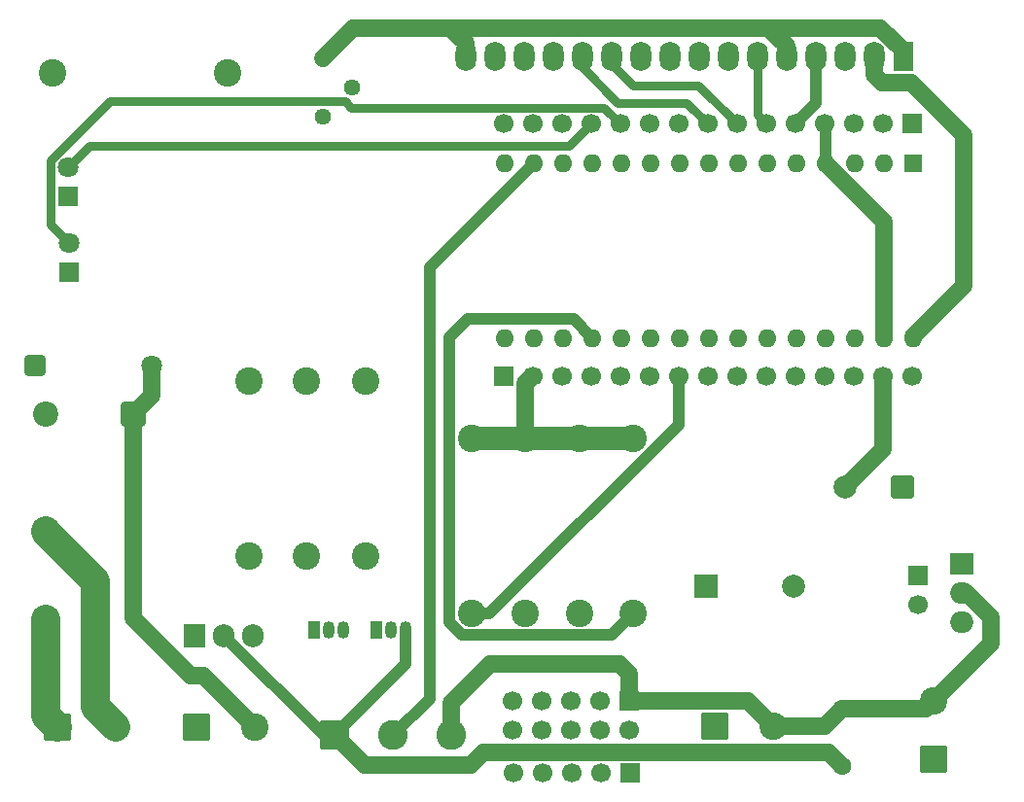
<source format=gbr>
%TF.GenerationSoftware,KiCad,Pcbnew,9.0.5*%
%TF.CreationDate,2025-11-29T23:19:38+05:30*%
%TF.ProjectId,from scrach,66726f6d-2073-4637-9261-63682e6b6963,rev?*%
%TF.SameCoordinates,Original*%
%TF.FileFunction,Copper,L2,Bot*%
%TF.FilePolarity,Positive*%
%FSLAX46Y46*%
G04 Gerber Fmt 4.6, Leading zero omitted, Abs format (unit mm)*
G04 Created by KiCad (PCBNEW 9.0.5) date 2025-11-29 23:19:38*
%MOMM*%
%LPD*%
G01*
G04 APERTURE LIST*
G04 Aperture macros list*
%AMRoundRect*
0 Rectangle with rounded corners*
0 $1 Rounding radius*
0 $2 $3 $4 $5 $6 $7 $8 $9 X,Y pos of 4 corners*
0 Add a 4 corners polygon primitive as box body*
4,1,4,$2,$3,$4,$5,$6,$7,$8,$9,$2,$3,0*
0 Add four circle primitives for the rounded corners*
1,1,$1+$1,$2,$3*
1,1,$1+$1,$4,$5*
1,1,$1+$1,$6,$7*
1,1,$1+$1,$8,$9*
0 Add four rect primitives between the rounded corners*
20,1,$1+$1,$2,$3,$4,$5,0*
20,1,$1+$1,$4,$5,$6,$7,0*
20,1,$1+$1,$6,$7,$8,$9,0*
20,1,$1+$1,$8,$9,$2,$3,0*%
G04 Aperture macros list end*
%TA.AperFunction,ComponentPad*%
%ADD10R,1.700000X1.700000*%
%TD*%
%TA.AperFunction,ComponentPad*%
%ADD11C,1.700000*%
%TD*%
%TA.AperFunction,ComponentPad*%
%ADD12R,1.800000X1.800000*%
%TD*%
%TA.AperFunction,ComponentPad*%
%ADD13C,1.800000*%
%TD*%
%TA.AperFunction,ComponentPad*%
%ADD14C,2.400000*%
%TD*%
%TA.AperFunction,ComponentPad*%
%ADD15RoundRect,0.250001X-0.949999X-0.949999X0.949999X-0.949999X0.949999X0.949999X-0.949999X0.949999X0*%
%TD*%
%TA.AperFunction,ComponentPad*%
%ADD16R,2.000000X2.000000*%
%TD*%
%TA.AperFunction,ComponentPad*%
%ADD17C,2.000000*%
%TD*%
%TA.AperFunction,ComponentPad*%
%ADD18RoundRect,0.341000X-0.759000X0.759000X-0.759000X-0.759000X0.759000X-0.759000X0.759000X0.759000X0*%
%TD*%
%TA.AperFunction,ComponentPad*%
%ADD19C,2.500000*%
%TD*%
%TA.AperFunction,ComponentPad*%
%ADD20C,2.200000*%
%TD*%
%TA.AperFunction,ComponentPad*%
%ADD21RoundRect,0.250001X0.949999X-0.949999X0.949999X0.949999X-0.949999X0.949999X-0.949999X-0.949999X0*%
%TD*%
%TA.AperFunction,ComponentPad*%
%ADD22R,1.600000X1.600000*%
%TD*%
%TA.AperFunction,ComponentPad*%
%ADD23O,1.600000X1.600000*%
%TD*%
%TA.AperFunction,ComponentPad*%
%ADD24RoundRect,0.250000X-1.050000X-1.050000X1.050000X-1.050000X1.050000X1.050000X-1.050000X1.050000X0*%
%TD*%
%TA.AperFunction,ComponentPad*%
%ADD25C,2.600000*%
%TD*%
%TA.AperFunction,ComponentPad*%
%ADD26RoundRect,0.250000X-0.650000X-0.650000X0.650000X-0.650000X0.650000X0.650000X-0.650000X0.650000X0*%
%TD*%
%TA.AperFunction,ComponentPad*%
%ADD27R,1.050000X1.500000*%
%TD*%
%TA.AperFunction,ComponentPad*%
%ADD28O,1.050000X1.500000*%
%TD*%
%TA.AperFunction,ComponentPad*%
%ADD29R,2.000000X1.905000*%
%TD*%
%TA.AperFunction,ComponentPad*%
%ADD30O,2.000000X1.905000*%
%TD*%
%TA.AperFunction,ComponentPad*%
%ADD31C,1.600000*%
%TD*%
%TA.AperFunction,ComponentPad*%
%ADD32C,1.440000*%
%TD*%
%TA.AperFunction,ComponentPad*%
%ADD33RoundRect,0.250000X0.750000X0.750000X-0.750000X0.750000X-0.750000X-0.750000X0.750000X-0.750000X0*%
%TD*%
%TA.AperFunction,ComponentPad*%
%ADD34R,1.905000X2.000000*%
%TD*%
%TA.AperFunction,ComponentPad*%
%ADD35O,1.905000X2.000000*%
%TD*%
%TA.AperFunction,ComponentPad*%
%ADD36R,1.800000X2.600000*%
%TD*%
%TA.AperFunction,ComponentPad*%
%ADD37O,1.800000X2.600000*%
%TD*%
%TA.AperFunction,Conductor*%
%ADD38C,0.750000*%
%TD*%
%TA.AperFunction,Conductor*%
%ADD39C,1.500000*%
%TD*%
%TA.AperFunction,Conductor*%
%ADD40C,1.000000*%
%TD*%
%TA.AperFunction,Conductor*%
%ADD41C,2.000000*%
%TD*%
%TA.AperFunction,Conductor*%
%ADD42C,2.500000*%
%TD*%
G04 APERTURE END LIST*
D10*
%TO.P,J9,1,Pin_1*%
%TO.N,1*%
X123377688Y-90952848D03*
D11*
%TO.P,J9,2,Pin_2*%
%TO.N,2*%
X120837688Y-90952848D03*
%TO.P,J9,3,Pin_3*%
%TO.N,3*%
X118297688Y-90952848D03*
%TO.P,J9,4,Pin_4*%
%TO.N,GND*%
X115757688Y-90952848D03*
%TO.P,J9,5,Pin_5*%
%TO.N,RS*%
X113217688Y-90952848D03*
%TO.P,J9,6,Pin_6*%
%TO.N,EN*%
X110677688Y-90952848D03*
%TO.P,J9,7,Pin_7*%
%TO.N,D4*%
X108137688Y-90952848D03*
%TO.P,J9,8,Pin_8*%
%TO.N,D5*%
X105597688Y-90952848D03*
%TO.P,J9,9,Pin_9*%
%TO.N,D6*%
X103057688Y-90952848D03*
%TO.P,J9,10,Pin_10*%
%TO.N,D7*%
X100517688Y-90952848D03*
%TO.P,J9,11,Pin_11*%
%TO.N,D8*%
X97977688Y-90952848D03*
%TO.P,J9,12,Pin_12*%
%TO.N,D9*%
X95437688Y-90952848D03*
%TO.P,J9,13,Pin_13*%
%TO.N,D10*%
X92897688Y-90952848D03*
%TO.P,J9,14,Pin_14*%
%TO.N,D11*%
X90357688Y-90952848D03*
%TO.P,J9,15,Pin_15*%
%TO.N,15*%
X87817688Y-90952848D03*
%TD*%
D12*
%TO.P,D1,1,K*%
%TO.N,Net-(D1-K)*%
X50000000Y-103870000D03*
D13*
%TO.P,D1,2,A*%
%TO.N,D8*%
X50000000Y-101330000D03*
%TD*%
D10*
%TO.P,J6,1,Pin_1*%
%TO.N,Vinput*%
X123900000Y-130325000D03*
D11*
%TO.P,J6,2,Pin_2*%
%TO.N,5V*%
X123900000Y-132865000D03*
%TD*%
D14*
%TO.P,R1,1*%
%TO.N,Net-(DS2-LED(+))*%
X63820000Y-86500000D03*
%TO.P,R1,2*%
%TO.N,5V*%
X48580000Y-86500000D03*
%TD*%
D15*
%TO.P,J3,1,Pin_1*%
%TO.N,Net-(J3-Pin_1)*%
X49000000Y-143500000D03*
D14*
%TO.P,J3,2,Pin_2*%
%TO.N,Net-(J3-Pin_2)*%
X54080000Y-143500000D03*
%TD*%
%TO.P,R8,1*%
%TO.N,3V3*%
X85036431Y-118348634D03*
%TO.P,R8,2*%
%TO.N,A3*%
X85036431Y-133588634D03*
%TD*%
%TO.P,R2,1*%
%TO.N,Net-(D1-K)*%
X65644211Y-113365360D03*
%TO.P,R2,2*%
%TO.N,Net-(Q4-B)*%
X65644211Y-128605360D03*
%TD*%
%TO.P,R6,1*%
%TO.N,3V3*%
X94486431Y-118348634D03*
%TO.P,R6,2*%
%TO.N,A1*%
X94486431Y-133588634D03*
%TD*%
%TO.P,R4,1*%
%TO.N,D10*%
X75821184Y-113369845D03*
%TO.P,R4,2*%
%TO.N,Net-(Q1-B)*%
X75821184Y-128609845D03*
%TD*%
D16*
%TO.P,BZ1,1,+*%
%TO.N,Net-(BZ1-+)*%
X105500000Y-131200000D03*
D17*
%TO.P,BZ1,2,-*%
%TO.N,GND*%
X113100000Y-131200000D03*
%TD*%
D10*
%TO.P,J10,1,Pin_1*%
%TO.N,Net-(J10-Pin_1)*%
X98840000Y-147500000D03*
D11*
%TO.P,J10,2,Pin_2*%
%TO.N,Net-(J10-Pin_2)*%
X96300000Y-147500000D03*
%TO.P,J10,3,Pin_3*%
%TO.N,Net-(J10-Pin_3)*%
X93760000Y-147500000D03*
%TO.P,J10,4,Pin_4*%
%TO.N,Net-(J10-Pin_4)*%
X91220000Y-147500000D03*
%TO.P,J10,5,Pin_5*%
%TO.N,Net-(J10-Pin_5)*%
X88680000Y-147500000D03*
%TD*%
D18*
%TO.P,K1,1*%
%TO.N,GND*%
X55595000Y-116215000D03*
D19*
%TO.P,K1,2*%
%TO.N,Net-(J3-Pin_2)*%
X47995000Y-126415000D03*
%TO.P,K1,3*%
%TO.N,Net-(J3-Pin_1)*%
X47995000Y-134115000D03*
D20*
%TO.P,K1,5*%
%TO.N,Net-(D4-K)*%
X47995000Y-116215000D03*
%TD*%
D21*
%TO.P,J2,1,Pin_1*%
%TO.N,Vinput*%
X125300000Y-146280000D03*
D14*
%TO.P,J2,2,Pin_2*%
%TO.N,GND*%
X125300000Y-141200000D03*
%TD*%
%TO.P,R3,1*%
%TO.N,Net-(D2-K)*%
X70700000Y-113380000D03*
%TO.P,R3,2*%
%TO.N,Net-(Q2-B)*%
X70700000Y-128620000D03*
%TD*%
D22*
%TO.P,A1,1,D1/TX*%
%TO.N,1*%
X123500000Y-94360000D03*
D23*
%TO.P,A1,2,D0/RX*%
%TO.N,2*%
X120960000Y-94360000D03*
%TO.P,A1,3,~{RESET}*%
%TO.N,3*%
X118420000Y-94360000D03*
%TO.P,A1,4,GND*%
%TO.N,GND*%
X115880000Y-94360000D03*
%TO.P,A1,5,D2*%
%TO.N,RS*%
X113340000Y-94360000D03*
%TO.P,A1,6,D3*%
%TO.N,EN*%
X110800000Y-94360000D03*
%TO.P,A1,7,D4*%
%TO.N,D4*%
X108260000Y-94360000D03*
%TO.P,A1,8,D5*%
%TO.N,D5*%
X105720000Y-94360000D03*
%TO.P,A1,9,D6*%
%TO.N,D6*%
X103180000Y-94360000D03*
%TO.P,A1,10,D7*%
%TO.N,D7*%
X100640000Y-94360000D03*
%TO.P,A1,11,D8*%
%TO.N,D8*%
X98100000Y-94360000D03*
%TO.P,A1,12,D9*%
%TO.N,D9*%
X95560000Y-94360000D03*
%TO.P,A1,13,D10*%
%TO.N,D10*%
X93020000Y-94360000D03*
%TO.P,A1,14,D11*%
%TO.N,D11*%
X90480000Y-94360000D03*
%TO.P,A1,15,D12*%
%TO.N,15*%
X87940000Y-94360000D03*
%TO.P,A1,16,D13*%
%TO.N,16*%
X87940000Y-109600000D03*
%TO.P,A1,17,3V3*%
%TO.N,3V3*%
X90480000Y-109600000D03*
%TO.P,A1,18,AREF*%
%TO.N,18*%
X93020000Y-109600000D03*
%TO.P,A1,19,A0*%
%TO.N,A0*%
X95560000Y-109600000D03*
%TO.P,A1,20,A1*%
%TO.N,A1*%
X98100000Y-109600000D03*
%TO.P,A1,21,A2*%
%TO.N,A2*%
X100640000Y-109600000D03*
%TO.P,A1,22,A3*%
%TO.N,A3*%
X103180000Y-109600000D03*
%TO.P,A1,23,A4*%
%TO.N,A4*%
X105720000Y-109600000D03*
%TO.P,A1,24,A5*%
%TO.N,A5*%
X108260000Y-109600000D03*
%TO.P,A1,25,A6*%
%TO.N,A6*%
X110800000Y-109600000D03*
%TO.P,A1,26,A7*%
%TO.N,A7*%
X113340000Y-109600000D03*
%TO.P,A1,27,+5V*%
%TO.N,+5Vo*%
X115880000Y-109600000D03*
%TO.P,A1,28,~{RESET}*%
%TO.N,28*%
X118420000Y-109600000D03*
%TO.P,A1,29,GND*%
%TO.N,GND*%
X120960000Y-109600000D03*
%TO.P,A1,30,VIN*%
%TO.N,5V*%
X123500000Y-109600000D03*
%TD*%
D15*
%TO.P,J5,1,Pin_1*%
%TO.N,Net-(BZ1-+)*%
X106260000Y-143442500D03*
D14*
%TO.P,J5,2,Pin_2*%
%TO.N,GND*%
X111340000Y-143442500D03*
%TD*%
%TO.P,R5,1*%
%TO.N,3V3*%
X99136431Y-118328634D03*
%TO.P,R5,2*%
%TO.N,A0*%
X99136431Y-133568634D03*
%TD*%
D10*
%TO.P,J7,1,Pin_1*%
%TO.N,16*%
X87834526Y-112898151D03*
D11*
%TO.P,J7,2,Pin_2*%
%TO.N,3V3*%
X90374526Y-112898151D03*
%TO.P,J7,3,Pin_3*%
%TO.N,18*%
X92914526Y-112898151D03*
%TO.P,J7,4,Pin_4*%
%TO.N,A0*%
X95454526Y-112898151D03*
%TO.P,J7,5,Pin_5*%
%TO.N,A1*%
X97994526Y-112898151D03*
%TO.P,J7,6,Pin_6*%
%TO.N,A2*%
X100534526Y-112898151D03*
%TO.P,J7,7,Pin_7*%
%TO.N,A3*%
X103074526Y-112898151D03*
%TO.P,J7,8,Pin_8*%
%TO.N,A4*%
X105614526Y-112898151D03*
%TO.P,J7,9,Pin_9*%
%TO.N,A5*%
X108154526Y-112898151D03*
%TO.P,J7,10,Pin_10*%
%TO.N,A6*%
X110694526Y-112898151D03*
%TO.P,J7,11,Pin_11*%
%TO.N,A7*%
X113234526Y-112898151D03*
%TO.P,J7,12,Pin_12*%
%TO.N,+5Vo*%
X115774526Y-112898151D03*
%TO.P,J7,13,Pin_13*%
%TO.N,28*%
X118314526Y-112898151D03*
%TO.P,J7,14,Pin_14*%
%TO.N,GND*%
X120854526Y-112898151D03*
%TO.P,J7,15,Pin_15*%
%TO.N,5V*%
X123394526Y-112898151D03*
%TD*%
D14*
%TO.P,R7,1*%
%TO.N,3V3*%
X89736431Y-118348634D03*
%TO.P,R7,2*%
%TO.N,A2*%
X89736431Y-133588634D03*
%TD*%
D24*
%TO.P,J1,1,Pin_1*%
%TO.N,5V*%
X73140000Y-144200000D03*
D25*
%TO.P,J1,2,Pin_2*%
%TO.N,D11*%
X78220000Y-144200000D03*
%TO.P,J1,3,Pin_3*%
%TO.N,GND*%
X83300000Y-144200000D03*
%TD*%
D12*
%TO.P,D2,1,K*%
%TO.N,Net-(D2-K)*%
X49900000Y-97270000D03*
D13*
%TO.P,D2,2,A*%
%TO.N,D9*%
X49900000Y-94730000D03*
%TD*%
D26*
%TO.P,D4,1,K*%
%TO.N,Net-(D4-K)*%
X47020000Y-112000000D03*
D13*
%TO.P,D4,2,A*%
%TO.N,GND*%
X57180000Y-112000000D03*
%TD*%
D10*
%TO.P,J8,1,Pin_1*%
%TO.N,GND*%
X98808460Y-141197884D03*
D11*
%TO.P,J8,2,Pin_2*%
%TO.N,Net-(J10-Pin_1)*%
X98808460Y-143737884D03*
%TO.P,J8,3,Pin_3*%
%TO.N,A0*%
X96268460Y-141197884D03*
%TO.P,J8,4,Pin_4*%
%TO.N,Net-(J10-Pin_2)*%
X96268460Y-143737884D03*
%TO.P,J8,5,Pin_5*%
%TO.N,A1*%
X93728460Y-141197884D03*
%TO.P,J8,6,Pin_6*%
%TO.N,Net-(J10-Pin_3)*%
X93728460Y-143737884D03*
%TO.P,J8,7,Pin_7*%
%TO.N,A2*%
X91188460Y-141197884D03*
%TO.P,J8,8,Pin_8*%
%TO.N,Net-(J10-Pin_4)*%
X91188460Y-143737884D03*
%TO.P,J8,9,Pin_9*%
%TO.N,A3*%
X88648460Y-141197884D03*
%TO.P,J8,10,Pin_10*%
%TO.N,Net-(J10-Pin_5)*%
X88648460Y-143737884D03*
%TD*%
D27*
%TO.P,Q2,1,E*%
%TO.N,Net-(J4-Pin_1)*%
X71304211Y-134985360D03*
D28*
%TO.P,Q2,2,B*%
%TO.N,Net-(Q2-B)*%
X72574211Y-134985360D03*
%TO.P,Q2,3,C*%
%TO.N,5V*%
X73844211Y-134985360D03*
%TD*%
D29*
%TO.P,U1,1,VI*%
%TO.N,Vinput*%
X127757500Y-129240000D03*
D30*
%TO.P,U1,2,GND*%
%TO.N,GND*%
X127757500Y-131780000D03*
%TO.P,U1,3,VO*%
%TO.N,5V*%
X127757500Y-134320000D03*
%TD*%
D15*
%TO.P,J4,1,Pin_1*%
%TO.N,Net-(J4-Pin_1)*%
X61100000Y-143500000D03*
D14*
%TO.P,J4,2,Pin_2*%
%TO.N,GND*%
X66180000Y-143500000D03*
%TD*%
D31*
%TO.P,C5,1*%
%TO.N,5V*%
X117300000Y-146900000D03*
%TO.P,C5,2*%
%TO.N,GND*%
X117300000Y-141900000D03*
%TD*%
D32*
%TO.P,RV1,1,1*%
%TO.N,5V*%
X72100000Y-90300000D03*
%TO.P,RV1,2,2*%
%TO.N,Net-(DS2-VO)*%
X74640000Y-87760000D03*
%TO.P,RV1,3,3*%
%TO.N,GND*%
X72100000Y-85220000D03*
%TD*%
D33*
%TO.P,C4,1*%
%TO.N,5V*%
X122567677Y-122600000D03*
D17*
%TO.P,C4,2*%
%TO.N,GND*%
X117567677Y-122600000D03*
%TD*%
D34*
%TO.P,Q4,1,B*%
%TO.N,Net-(Q4-B)*%
X60960000Y-135550000D03*
D35*
%TO.P,Q4,2,C*%
%TO.N,5V*%
X63500000Y-135550000D03*
%TO.P,Q4,3,E*%
%TO.N,Net-(D4-K)*%
X66040000Y-135550000D03*
%TD*%
D27*
%TO.P,Q1,1,E*%
%TO.N,Net-(BZ1-+)*%
X76804211Y-134985360D03*
D28*
%TO.P,Q1,2,B*%
%TO.N,Net-(Q1-B)*%
X78074211Y-134985360D03*
%TO.P,Q1,3,C*%
%TO.N,5V*%
X79344211Y-134985360D03*
%TD*%
D36*
%TO.P,DS2,1,VSS*%
%TO.N,GND*%
X122620000Y-85080000D03*
D37*
%TO.P,DS2,2,VDD*%
%TO.N,5V*%
X120080000Y-85080000D03*
%TO.P,DS2,3,VO*%
%TO.N,Net-(DS2-VO)*%
X117540000Y-85080000D03*
%TO.P,DS2,4,RS*%
%TO.N,RS*%
X115000000Y-85080000D03*
%TO.P,DS2,5,R/W*%
%TO.N,GND*%
X112460000Y-85080000D03*
%TO.P,DS2,6,E*%
%TO.N,EN*%
X109920000Y-85080000D03*
%TO.P,DS2,7,D0*%
%TO.N,unconnected-(DS2-D0-Pad7)*%
X107380000Y-85080000D03*
%TO.P,DS2,8,D1*%
%TO.N,unconnected-(DS2-D1-Pad8)*%
X104840000Y-85080000D03*
%TO.P,DS2,9,D2*%
%TO.N,unconnected-(DS2-D2-Pad9)*%
X102300000Y-85080000D03*
%TO.P,DS2,10,D3*%
%TO.N,unconnected-(DS2-D3-Pad10)*%
X99760000Y-85080000D03*
%TO.P,DS2,11,D4*%
%TO.N,D4*%
X97220000Y-85080000D03*
%TO.P,DS2,12,D5*%
%TO.N,D5*%
X94680000Y-85080000D03*
%TO.P,DS2,13,D6*%
%TO.N,D6*%
X92140000Y-85080000D03*
%TO.P,DS2,14,D7*%
%TO.N,D7*%
X89600000Y-85080000D03*
%TO.P,DS2,15,LED(+)*%
%TO.N,Net-(DS2-LED(+))*%
X87060000Y-85080000D03*
%TO.P,DS2,16,LED(-)*%
%TO.N,GND*%
X84520000Y-85080000D03*
%TD*%
D38*
%TO.N,D9*%
X51786000Y-92844000D02*
X93546536Y-92844000D01*
X49900000Y-94730000D02*
X51786000Y-92844000D01*
X93546536Y-92844000D02*
X95437688Y-90952848D01*
D39*
%TO.N,GND*%
X120960000Y-109600000D02*
X120960000Y-99440000D01*
X112460000Y-84160000D02*
X110900000Y-82600000D01*
X130300000Y-133900000D02*
X128180000Y-131780000D01*
X61680000Y-139000000D02*
X66180000Y-143500000D01*
X112460000Y-85080000D02*
X112460000Y-84160000D01*
X120854526Y-119313151D02*
X120854526Y-112898151D01*
X55595000Y-134039500D02*
X60555500Y-139000000D01*
X115757500Y-143442500D02*
X117300000Y-141900000D01*
X128180000Y-131780000D02*
X127757500Y-131780000D01*
X122620000Y-84602291D02*
X120617709Y-82600000D01*
X83200000Y-82600000D02*
X74720000Y-82600000D01*
X120960000Y-99440000D02*
X115880000Y-94360000D01*
X83300000Y-144200000D02*
X83300000Y-141400000D01*
X111340000Y-143442500D02*
X109095384Y-141197884D01*
X117300000Y-141900000D02*
X124600000Y-141900000D01*
X57180000Y-112000000D02*
X57180000Y-114630000D01*
X55595000Y-116215000D02*
X55595000Y-134039500D01*
X97960576Y-138000000D02*
X98808460Y-138847884D01*
X109095384Y-141197884D02*
X98808460Y-141197884D01*
X120617709Y-82600000D02*
X110900000Y-82600000D01*
X60555500Y-139000000D02*
X61680000Y-139000000D01*
D40*
X115880000Y-91075160D02*
X115757688Y-90952848D01*
D39*
X122620000Y-85080000D02*
X122620000Y-84602291D01*
X83300000Y-141400000D02*
X86700000Y-138000000D01*
X122620000Y-85557709D02*
X122620000Y-85080000D01*
X84520000Y-85080000D02*
X84520000Y-83920000D01*
X74720000Y-82600000D02*
X72100000Y-85220000D01*
X98808460Y-138847884D02*
X98808460Y-141197884D01*
X130300000Y-136200000D02*
X130300000Y-133900000D01*
X125300000Y-141200000D02*
X130300000Y-136200000D01*
X110900000Y-82600000D02*
X83200000Y-82600000D01*
X117567677Y-122600000D02*
X120854526Y-119313151D01*
X57180000Y-114630000D02*
X55595000Y-116215000D01*
D40*
X115880000Y-94360000D02*
X115880000Y-91075160D01*
D39*
X84520000Y-83920000D02*
X83200000Y-82600000D01*
X115757688Y-90952848D02*
X115757688Y-90945849D01*
X86700000Y-138000000D02*
X97960576Y-138000000D01*
X111340000Y-143442500D02*
X115757500Y-143442500D01*
D40*
%TO.N,A3*%
X86611366Y-133588634D02*
X103074526Y-117125474D01*
X103074526Y-117125474D02*
X103074526Y-112898151D01*
X85036431Y-133588634D02*
X86611366Y-133588634D01*
D39*
%TO.N,3V3*%
X89736431Y-113536246D02*
X90374526Y-112898151D01*
D41*
X85036431Y-118348634D02*
X99116431Y-118348634D01*
X99116431Y-118348634D02*
X99136431Y-118328634D01*
D39*
X89736431Y-118348634D02*
X89736431Y-113536246D01*
D38*
%TO.N,D5*%
X97800000Y-89100000D02*
X103744840Y-89100000D01*
X94680000Y-85980000D02*
X97800000Y-89100000D01*
X94680000Y-85080000D02*
X94680000Y-85980000D01*
X103744840Y-89100000D02*
X105597688Y-90952848D01*
%TO.N,D8*%
X96547299Y-89522459D02*
X97977688Y-90952848D01*
X53538620Y-89004000D02*
X74051179Y-89004000D01*
X48424000Y-99754000D02*
X48424000Y-94118620D01*
X50000000Y-101330000D02*
X48424000Y-99754000D01*
X48424000Y-94118620D02*
X53538620Y-89004000D01*
X74051179Y-89004000D02*
X74569638Y-89522459D01*
X74569638Y-89522459D02*
X96547299Y-89522459D01*
D40*
%TO.N,A0*%
X99136431Y-133568634D02*
X97215431Y-135489634D01*
X83135431Y-109543845D02*
X84720276Y-107959000D01*
X84720276Y-107959000D02*
X93919000Y-107959000D01*
X97215431Y-135489634D02*
X84249011Y-135489634D01*
X83135431Y-134376054D02*
X83135431Y-109543845D01*
X93919000Y-107959000D02*
X95560000Y-109600000D01*
X84249011Y-135489634D02*
X83135431Y-134376054D01*
%TO.N,D11*%
X81400000Y-103440000D02*
X81400000Y-141020000D01*
X81400000Y-141020000D02*
X78220000Y-144200000D01*
X90480000Y-94360000D02*
X81400000Y-103440000D01*
%TO.N,RS*%
X115000000Y-89170536D02*
X115000000Y-85080000D01*
X113217688Y-90952848D02*
X115000000Y-89170536D01*
D38*
%TO.N,D4*%
X99100000Y-87600000D02*
X104784840Y-87600000D01*
X97220000Y-85720000D02*
X99100000Y-87600000D01*
X97220000Y-85080000D02*
X97220000Y-85720000D01*
X104784840Y-87600000D02*
X108137688Y-90952848D01*
%TO.N,EN*%
X109920000Y-85080000D02*
X109920000Y-90195160D01*
X109920000Y-90195160D02*
X110677688Y-90952848D01*
D39*
%TO.N,5V*%
X117300000Y-146900000D02*
X116099000Y-145699000D01*
X123357840Y-87331000D02*
X127931000Y-91904160D01*
X75740000Y-146800000D02*
X73140000Y-144200000D01*
X123500000Y-109465722D02*
X123500000Y-109600000D01*
X120080000Y-85080000D02*
X120080000Y-86642000D01*
X120080000Y-86642000D02*
X120769000Y-87331000D01*
D40*
X79344211Y-137995789D02*
X79344211Y-134985360D01*
X73140000Y-144200000D02*
X72150000Y-144200000D01*
D39*
X86101000Y-145699000D02*
X85000000Y-146800000D01*
D40*
X73140000Y-144200000D02*
X79344211Y-137995789D01*
D39*
X120769000Y-87331000D02*
X123357840Y-87331000D01*
X116099000Y-145699000D02*
X86101000Y-145699000D01*
X127931000Y-105034722D02*
X123500000Y-109465722D01*
X127931000Y-91904160D02*
X127931000Y-105034722D01*
X85000000Y-146800000D02*
X75740000Y-146800000D01*
D40*
X72150000Y-144200000D02*
X63500000Y-135550000D01*
D42*
%TO.N,Net-(J3-Pin_2)*%
X52300000Y-130800000D02*
X52300000Y-141720000D01*
X47995000Y-126495000D02*
X52300000Y-130800000D01*
X52300000Y-141720000D02*
X54080000Y-143500000D01*
X47995000Y-126415000D02*
X47995000Y-126495000D01*
%TO.N,Net-(J3-Pin_1)*%
X47995000Y-142495000D02*
X49000000Y-143500000D01*
X47995000Y-134115000D02*
X47995000Y-142495000D01*
%TD*%
M02*

</source>
